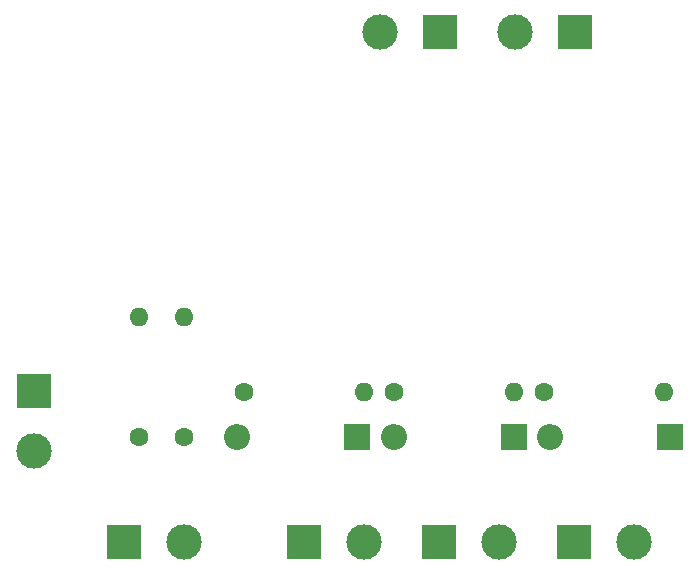
<source format=gbr>
%TF.GenerationSoftware,KiCad,Pcbnew,(5.1.10)-1*%
%TF.CreationDate,2022-01-12T13:36:28-08:00*%
%TF.ProjectId,killswitch,6b696c6c-7377-4697-9463-682e6b696361,rev?*%
%TF.SameCoordinates,Original*%
%TF.FileFunction,Soldermask,Bot*%
%TF.FilePolarity,Negative*%
%FSLAX46Y46*%
G04 Gerber Fmt 4.6, Leading zero omitted, Abs format (unit mm)*
G04 Created by KiCad (PCBNEW (5.1.10)-1) date 2022-01-12 13:36:28*
%MOMM*%
%LPD*%
G01*
G04 APERTURE LIST*
%ADD10O,2.200000X2.200000*%
%ADD11R,2.200000X2.200000*%
%ADD12R,3.000000X3.000000*%
%ADD13C,3.000000*%
%ADD14C,1.600000*%
%ADD15O,1.600000X1.600000*%
G04 APERTURE END LIST*
D10*
%TO.C,D1*%
X154340000Y-95250000D03*
D11*
X164500000Y-95250000D03*
%TD*%
D10*
%TO.C,D2*%
X167640000Y-95250000D03*
D11*
X177800000Y-95250000D03*
%TD*%
%TO.C,D3*%
X191000000Y-95250000D03*
D10*
X180840000Y-95250000D03*
%TD*%
D12*
%TO.C,J1*%
X160020000Y-104140000D03*
D13*
X165100000Y-104140000D03*
%TD*%
%TO.C,J2*%
X166395400Y-60960000D03*
D12*
X171475400Y-60960000D03*
%TD*%
D13*
%TO.C,J4*%
X176530000Y-104140000D03*
D12*
X171450000Y-104140000D03*
%TD*%
%TO.C,J5*%
X182880000Y-104140000D03*
D13*
X187960000Y-104140000D03*
%TD*%
%TO.C,SoftStop*%
X137160000Y-96494600D03*
D12*
X137160000Y-91414600D03*
%TD*%
%TO.C,HardStop*%
X144780000Y-104140000D03*
D13*
X149860000Y-104140000D03*
%TD*%
D14*
%TO.C,R1*%
X149860000Y-95250000D03*
D15*
X149860000Y-85090000D03*
%TD*%
D14*
%TO.C,R2*%
X146050000Y-95250000D03*
D15*
X146050000Y-85090000D03*
%TD*%
%TO.C,R3*%
X165100000Y-91440000D03*
D14*
X154940000Y-91440000D03*
%TD*%
%TO.C,R4*%
X167640000Y-91440000D03*
D15*
X177800000Y-91440000D03*
%TD*%
%TO.C,R5*%
X190500000Y-91440000D03*
D14*
X180340000Y-91440000D03*
%TD*%
D13*
%TO.C,J3*%
X177825400Y-60960000D03*
D12*
X182905400Y-60960000D03*
%TD*%
M02*

</source>
